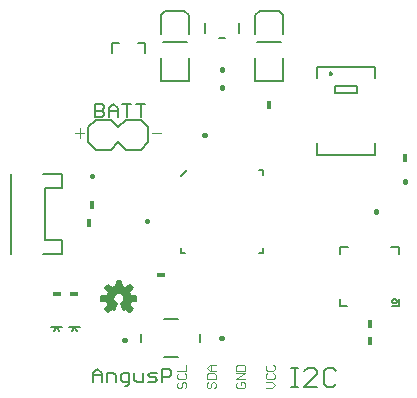
<source format=gto>
G75*
G70*
%OFA0B0*%
%FSLAX24Y24*%
%IPPOS*%
%LPD*%
%AMOC8*
5,1,8,0,0,1.08239X$1,22.5*
%
%ADD10C,0.0060*%
%ADD11C,0.0040*%
%ADD12C,0.0020*%
%ADD13C,0.0080*%
%ADD14C,0.0160*%
%ADD15R,0.0160X0.0280*%
%ADD16R,0.0280X0.0160*%
%ADD17C,0.0050*%
%ADD18C,0.0059*%
D10*
X003526Y002149D02*
X003526Y002442D01*
X003673Y002589D01*
X003820Y002442D01*
X003820Y002149D01*
X003987Y002149D02*
X003987Y002442D01*
X004207Y002442D01*
X004280Y002369D01*
X004280Y002149D01*
X004447Y002222D02*
X004521Y002149D01*
X004741Y002149D01*
X004741Y002075D02*
X004741Y002442D01*
X004521Y002442D01*
X004447Y002369D01*
X004447Y002222D01*
X004594Y002002D02*
X004667Y002002D01*
X004741Y002075D01*
X004908Y002222D02*
X004981Y002149D01*
X005201Y002149D01*
X005201Y002442D01*
X005368Y002369D02*
X005441Y002295D01*
X005588Y002295D01*
X005662Y002222D01*
X005588Y002149D01*
X005368Y002149D01*
X005368Y002369D02*
X005441Y002442D01*
X005662Y002442D01*
X005828Y002295D02*
X006049Y002295D01*
X006122Y002369D01*
X006122Y002515D01*
X006049Y002589D01*
X005828Y002589D01*
X005828Y002149D01*
X004908Y002222D02*
X004908Y002442D01*
X003820Y002369D02*
X003526Y002369D01*
X010140Y002610D02*
X010354Y002610D01*
X010247Y002610D02*
X010247Y001970D01*
X010140Y001970D02*
X010354Y001970D01*
X010570Y001970D02*
X010997Y002397D01*
X010997Y002503D01*
X010890Y002610D01*
X010677Y002610D01*
X010570Y002503D01*
X010570Y001970D02*
X010997Y001970D01*
X011215Y002076D02*
X011321Y001970D01*
X011535Y001970D01*
X011642Y002076D01*
X011642Y002503D02*
X011535Y002610D01*
X011321Y002610D01*
X011215Y002503D01*
X011215Y002076D01*
D11*
X003079Y010286D02*
X003079Y010593D01*
X002926Y010440D02*
X003233Y010440D01*
X005485Y010440D02*
X005792Y010440D01*
D12*
X006636Y002721D02*
X006636Y002521D01*
X006336Y002521D01*
X006386Y002426D02*
X006336Y002376D01*
X006336Y002276D01*
X006386Y002226D01*
X006586Y002226D01*
X006636Y002276D01*
X006636Y002376D01*
X006586Y002426D01*
X006586Y002132D02*
X006536Y002132D01*
X006486Y002082D01*
X006486Y001982D01*
X006436Y001932D01*
X006386Y001932D01*
X006336Y001982D01*
X006336Y002082D01*
X006386Y002132D01*
X006586Y002132D02*
X006636Y002082D01*
X006636Y001982D01*
X006586Y001932D01*
X007320Y001982D02*
X007370Y001932D01*
X007420Y001932D01*
X007470Y001982D01*
X007470Y002082D01*
X007520Y002132D01*
X007570Y002132D01*
X007620Y002082D01*
X007620Y001982D01*
X007570Y001932D01*
X007370Y002132D02*
X007320Y002082D01*
X007320Y001982D01*
X007320Y002226D02*
X007320Y002376D01*
X007370Y002426D01*
X007570Y002426D01*
X007620Y002376D01*
X007620Y002226D01*
X007320Y002226D01*
X007420Y002521D02*
X007320Y002621D01*
X007420Y002721D01*
X007620Y002721D01*
X007470Y002721D02*
X007470Y002521D01*
X007420Y002521D02*
X007620Y002521D01*
X008304Y002521D02*
X008304Y002671D01*
X008354Y002721D01*
X008555Y002721D01*
X008605Y002671D01*
X008605Y002521D01*
X008304Y002521D01*
X008304Y002426D02*
X008605Y002426D01*
X008304Y002226D01*
X008605Y002226D01*
X008555Y002132D02*
X008454Y002132D01*
X008454Y002032D01*
X008354Y002132D02*
X008304Y002082D01*
X008304Y001982D01*
X008354Y001932D01*
X008555Y001932D01*
X008605Y001982D01*
X008605Y002082D01*
X008555Y002132D01*
X009289Y002132D02*
X009489Y002132D01*
X009589Y002032D01*
X009489Y001932D01*
X009289Y001932D01*
X009339Y002226D02*
X009539Y002226D01*
X009589Y002276D01*
X009589Y002376D01*
X009539Y002426D01*
X009539Y002521D02*
X009339Y002521D01*
X009289Y002571D01*
X009289Y002671D01*
X009339Y002721D01*
X009539Y002721D02*
X009589Y002671D01*
X009589Y002571D01*
X009539Y002521D01*
X009339Y002426D02*
X009289Y002376D01*
X009289Y002276D01*
X009339Y002226D01*
D13*
X007100Y003489D02*
X007100Y003725D01*
X006352Y004237D02*
X005880Y004237D01*
X005132Y003725D02*
X005132Y003489D01*
X005880Y002977D02*
X006352Y002977D01*
X003087Y003957D02*
X002906Y003957D01*
X002998Y003835D01*
X002906Y003957D02*
X002725Y003957D01*
X002820Y003835D02*
X002896Y003951D01*
X002496Y003957D02*
X002315Y003957D01*
X002407Y003835D01*
X002315Y003957D02*
X002134Y003957D01*
X002229Y003835D02*
X002305Y003951D01*
X002491Y006390D02*
X001861Y006390D01*
X001940Y006863D02*
X002491Y006863D01*
X002491Y006390D01*
X001940Y006863D02*
X001940Y008595D01*
X002491Y008595D01*
X002491Y009067D01*
X001861Y009067D01*
X000798Y009067D02*
X000798Y006390D01*
X003624Y009886D02*
X003374Y010136D01*
X003374Y010636D01*
X003624Y010886D01*
X004124Y010886D01*
X004374Y010636D01*
X004624Y010886D01*
X005124Y010886D01*
X005374Y010636D01*
X005374Y010136D01*
X005124Y009886D01*
X004624Y009886D01*
X004374Y010136D01*
X004124Y009886D01*
X003624Y009886D01*
X005780Y012158D02*
X005780Y012945D01*
X005260Y013119D02*
X005260Y013433D01*
X005024Y013433D01*
X004394Y013433D02*
X004158Y013433D01*
X004158Y013119D01*
X005780Y013733D02*
X005780Y014363D01*
X005937Y014520D01*
X006567Y014520D01*
X006725Y014363D01*
X006725Y013733D01*
X007267Y013760D02*
X007267Y014099D01*
X007721Y013610D02*
X007933Y013610D01*
X008387Y013760D02*
X008387Y014099D01*
X008930Y014363D02*
X008930Y013733D01*
X008930Y014363D02*
X009087Y014520D01*
X009717Y014520D01*
X009874Y014363D01*
X009874Y013733D01*
X009874Y012945D02*
X009874Y012158D01*
X008930Y012158D01*
X008930Y012945D01*
X011000Y012630D02*
X011000Y012256D01*
X011000Y012630D02*
X012922Y012630D01*
X012922Y012276D01*
X012335Y012004D02*
X012335Y011768D01*
X011587Y011768D01*
X011587Y012004D01*
X012335Y012004D01*
X011416Y012422D02*
X011418Y012433D01*
X011423Y012444D01*
X011431Y012452D01*
X011442Y012457D01*
X011453Y012459D01*
X011464Y012457D01*
X011475Y012452D01*
X011483Y012444D01*
X011488Y012433D01*
X011490Y012422D01*
X011488Y012411D01*
X011483Y012400D01*
X011475Y012392D01*
X011464Y012387D01*
X011453Y012385D01*
X011442Y012387D01*
X011431Y012392D01*
X011423Y012400D01*
X011418Y012411D01*
X011416Y012422D01*
X011000Y010091D02*
X011000Y009717D01*
X012922Y009717D01*
X012922Y010091D01*
X013457Y006646D02*
X013733Y006646D01*
X013733Y006410D01*
X013733Y004914D02*
X013733Y004678D01*
X013496Y004678D01*
X012000Y004678D02*
X011764Y004678D01*
X011764Y004914D01*
X011764Y006410D02*
X011764Y006646D01*
X012040Y006646D01*
X009205Y006607D02*
X009205Y006449D01*
X009048Y006449D01*
X006607Y006449D02*
X006449Y006449D01*
X006449Y006607D01*
X006449Y009008D02*
X006646Y009205D01*
X009048Y009205D02*
X009205Y009205D01*
X009205Y009048D01*
X006725Y012158D02*
X005780Y012158D01*
X006725Y012158D02*
X006725Y012945D01*
D14*
X007827Y012564D02*
X007827Y012540D01*
X007827Y011973D02*
X007827Y011949D01*
X007249Y010386D02*
X007225Y010386D01*
X005339Y007511D02*
X005315Y007511D01*
X003496Y008996D02*
X003496Y009020D01*
X007801Y003607D02*
X007825Y003607D01*
X004587Y003526D02*
X004563Y003526D01*
X012945Y007815D02*
X012945Y007839D01*
X013930Y008799D02*
X013930Y008823D01*
D15*
X013930Y009599D03*
X009402Y011370D03*
X003488Y008044D03*
X003389Y007429D03*
X012748Y004087D03*
X012748Y003496D03*
D16*
X005796Y005709D03*
X002906Y005071D03*
X002315Y005071D03*
D17*
X003588Y010963D02*
X003813Y010963D01*
X003888Y011038D01*
X003888Y011113D01*
X003813Y011188D01*
X003588Y011188D01*
X003588Y010963D02*
X003588Y011413D01*
X003813Y011413D01*
X003888Y011338D01*
X003888Y011263D01*
X003813Y011188D01*
X004048Y011188D02*
X004348Y011188D01*
X004348Y011263D02*
X004348Y010963D01*
X004348Y011263D02*
X004198Y011413D01*
X004048Y011263D01*
X004048Y010963D01*
X004509Y011413D02*
X004809Y011413D01*
X004659Y011413D02*
X004659Y010963D01*
X004969Y011413D02*
X005269Y011413D01*
X005119Y011413D02*
X005119Y010963D01*
X005852Y013489D02*
X006652Y013489D01*
X009002Y013489D02*
X009802Y013489D01*
X013496Y004835D02*
X013498Y004853D01*
X013504Y004869D01*
X013513Y004884D01*
X013526Y004897D01*
X013541Y004906D01*
X013557Y004912D01*
X013575Y004914D01*
X013593Y004912D01*
X013609Y004906D01*
X013624Y004897D01*
X013637Y004884D01*
X013646Y004869D01*
X013652Y004853D01*
X013654Y004835D01*
X013652Y004817D01*
X013646Y004801D01*
X013637Y004786D01*
X013624Y004773D01*
X013609Y004764D01*
X013593Y004758D01*
X013575Y004756D01*
X013557Y004758D01*
X013541Y004764D01*
X013526Y004773D01*
X013513Y004786D01*
X013504Y004801D01*
X013498Y004817D01*
X013496Y004835D01*
D18*
X004974Y004852D02*
X004974Y004996D01*
X004784Y005015D01*
X004763Y005079D01*
X004732Y005139D01*
X004853Y005287D01*
X004752Y005389D01*
X004603Y005268D01*
X004543Y005299D01*
X004479Y005319D01*
X004460Y005510D01*
X004316Y005510D01*
X004297Y005319D01*
X004233Y005299D01*
X004173Y005268D01*
X004025Y005389D01*
X003923Y005287D01*
X004044Y005139D01*
X004013Y005079D01*
X003992Y005015D01*
X003802Y004996D01*
X003802Y004852D01*
X003992Y004833D01*
X004013Y004768D01*
X004044Y004709D01*
X003923Y004560D01*
X004025Y004459D01*
X004173Y004580D01*
X004233Y004549D01*
X004317Y004753D01*
X004280Y004775D01*
X004248Y004804D01*
X004224Y004840D01*
X004209Y004881D01*
X004204Y004924D01*
X004209Y004968D01*
X004224Y005009D01*
X004249Y005046D01*
X004282Y005075D01*
X004321Y005096D01*
X004364Y005107D01*
X004408Y005107D01*
X004451Y005097D01*
X004491Y005077D01*
X004524Y005048D01*
X004550Y005013D01*
X004566Y004972D01*
X004573Y004928D01*
X004568Y004884D01*
X004554Y004842D01*
X004529Y004805D01*
X004497Y004775D01*
X004459Y004753D01*
X004544Y004549D01*
X004603Y004580D01*
X004752Y004459D01*
X004853Y004560D01*
X004732Y004709D01*
X004763Y004768D01*
X004784Y004833D01*
X004974Y004852D01*
X004974Y004870D02*
X004563Y004870D01*
X004572Y004927D02*
X004974Y004927D01*
X004974Y004985D02*
X004561Y004985D01*
X004529Y005042D02*
X004775Y005042D01*
X004753Y005100D02*
X004440Y005100D01*
X004337Y005100D02*
X004024Y005100D01*
X004029Y005157D02*
X004747Y005157D01*
X004794Y005215D02*
X003982Y005215D01*
X003935Y005272D02*
X004168Y005272D01*
X004181Y005272D02*
X004595Y005272D01*
X004608Y005272D02*
X004841Y005272D01*
X004811Y005330D02*
X004679Y005330D01*
X004750Y005388D02*
X004753Y005388D01*
X004473Y005388D02*
X004304Y005388D01*
X004310Y005445D02*
X004467Y005445D01*
X004461Y005503D02*
X004315Y005503D01*
X004298Y005330D02*
X004478Y005330D01*
X004247Y005042D02*
X004001Y005042D01*
X003802Y004985D02*
X004215Y004985D01*
X004204Y004927D02*
X003802Y004927D01*
X003802Y004870D02*
X004213Y004870D01*
X004242Y004812D02*
X003999Y004812D01*
X004020Y004754D02*
X004316Y004754D01*
X004294Y004697D02*
X004034Y004697D01*
X003987Y004639D02*
X004270Y004639D01*
X004246Y004582D02*
X003940Y004582D01*
X003959Y004524D02*
X004105Y004524D01*
X004035Y004467D02*
X004016Y004467D01*
X004506Y004639D02*
X004789Y004639D01*
X004836Y004582D02*
X004530Y004582D01*
X004482Y004697D02*
X004742Y004697D01*
X004756Y004754D02*
X004461Y004754D01*
X004534Y004812D02*
X004777Y004812D01*
X004817Y004524D02*
X004671Y004524D01*
X004742Y004467D02*
X004760Y004467D01*
X004097Y005330D02*
X003965Y005330D01*
X004023Y005388D02*
X004027Y005388D01*
M02*

</source>
